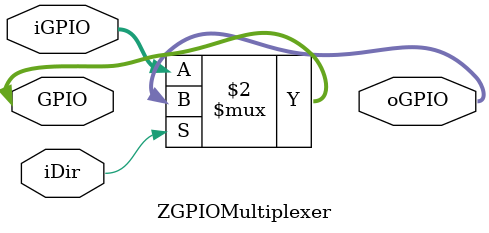
<source format=v>
module ZGPIOMultiplexer(
    //iDir=0: input direciton.
    //iDir=1: output direction.
	input iDir,
	inout [7:0] GPIO,
    input [7:0] iGPIO,
    output [7:0] oGPIO
);
assign GPIO=(iDir==1'b1)?oGPIO:iGPIO;
endmodule
</source>
